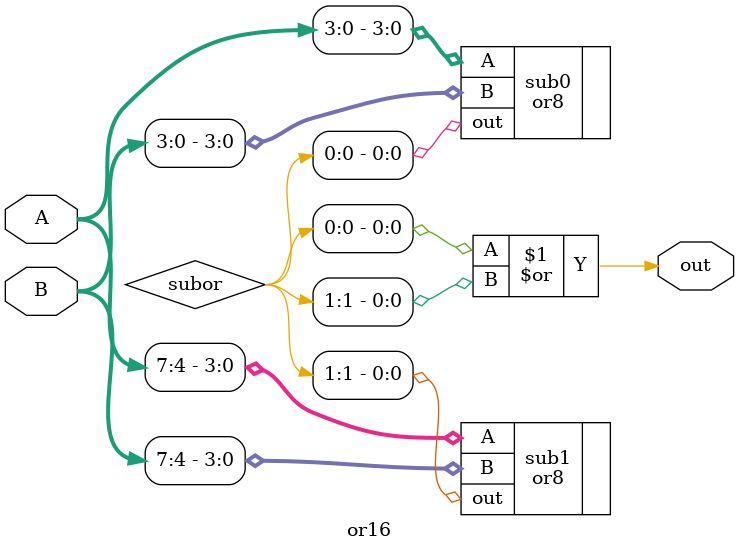
<source format=v>
module or16 (A, B, out);
    
    input [7:0] A;
    input [7:0] B;
    
    output out;
    
    wire [1:0] subor;
    
    or8 sub0 (.A(A[3:0]), .B(B[3:0]), .out(subor[0]));
    or8 sub1 (.A(A[7:4]), .B(B[7:4]), .out(subor[1]));
    
    assign out = subor[0] | subor[1];
    
endmodule

</source>
